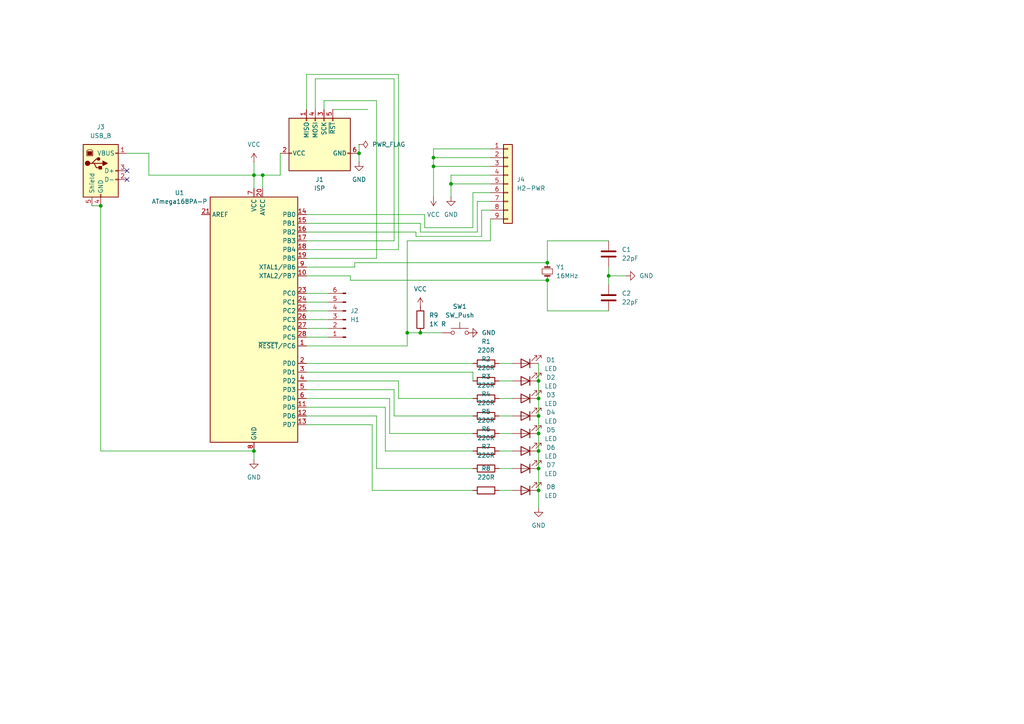
<source format=kicad_sch>
(kicad_sch (version 20231120) (generator "eeschema") (generator_version "8.0")
  (paper "A4")
  (lib_symbols
    (symbol "Connector:AVR-ISP-6" (pin_names (offset 1.016))
      (property "Reference" "J" (at -6.35 11.43 0))
      (property "Value" "AVR-ISP-6" (at 0 11.43 0))
      (symbol "AVR-ISP-6_0_1"
        (rectangle (start -2.667 -6.858) (end -2.413 -7.62))
        (rectangle (start -2.667 10.16) (end -2.413 9.398))
        (rectangle (start 7.62 -2.413) (end 6.858 -2.667))
        (rectangle (start 7.62 0.127) (end 6.858 -0.127))
        (rectangle (start 7.62 2.667) (end 6.858 2.413))
        (rectangle (start 7.62 5.207) (end 6.858 4.953))
        (rectangle (start 7.62 10.16) (end -7.62 -7.62) (stroke (width 0.254)) (fill (type background)))
      )
      (symbol "AVR-ISP-6_1_1"
        (pin passive line (at 10.16 5.08 180) (length 2.54) (name "MISO") (number "1"))
        (pin passive line (at -2.54 12.7 270) (length 2.54) (name "VCC") (number "2"))
        (pin passive line (at 10.16 0 180) (length 2.54) (name "SCK") (number "3"))
        (pin passive line (at 10.16 2.54 180) (length 2.54) (name "MOSI") (number "4"))
        (pin passive line (at 10.16 -2.54 180) (length 2.54) (name "~{RST}") (number "5"))
        (pin passive line (at -2.54 -10.16 90) (length 2.54) (name "GND") (number "6"))
      )
    )
    (symbol "Connector:Conn_01x06_Pin" (pin_names (offset 1.016) hide)
      (property "Reference" "J" (at 0 7.62 0))
      (property "Value" "Conn_01x06_Pin" (at 0 -10.16 0))
      (symbol "Conn_01x06_Pin_1_1"
        (polyline (pts (xy 1.27 -7.62) (xy 0.8636 -7.62)) (stroke (width 0.1524)))
        (polyline (pts (xy 1.27 -5.08) (xy 0.8636 -5.08)) (stroke (width 0.1524)))
        (polyline (pts (xy 1.27 -2.54) (xy 0.8636 -2.54)) (stroke (width 0.1524)))
        (polyline (pts (xy 1.27 0) (xy 0.8636 0)) (stroke (width 0.1524)))
        (polyline (pts (xy 1.27 2.54) (xy 0.8636 2.54)) (stroke (width 0.1524)))
        (polyline (pts (xy 1.27 5.08) (xy 0.8636 5.08)) (stroke (width 0.1524)))
        (rectangle (start 0.8636 -7.493) (end 0 -7.747) (stroke (width 0.1524)) (fill (type outline)))
        (rectangle (start 0.8636 -4.953) (end 0 -5.207) (stroke (width 0.1524)) (fill (type outline)))
        (rectangle (start 0.8636 -2.413) (end 0 -2.667) (stroke (width 0.1524)) (fill (type outline)))
        (rectangle (start 0.8636 0.127) (end 0 -0.127) (stroke (width 0.1524)) (fill (type outline)))
        (rectangle (start 0.8636 2.667) (end 0 2.413) (stroke (width 0.1524)) (fill (type outline)))
        (rectangle (start 0.8636 5.207) (end 0 4.953) (stroke (width 0.1524)) (fill (type outline)))
        (pin passive line (at 5.08 5.08 180) (length 3.81) (name "Pin_1") (number "1"))
        (pin passive line (at 5.08 2.54 180) (length 3.81) (name "Pin_2") (number "2"))
        (pin passive line (at 5.08 0 180) (length 3.81) (name "Pin_3") (number "3"))
        (pin passive line (at 5.08 -2.54 180) (length 3.81) (name "Pin_4") (number "4"))
        (pin passive line (at 5.08 -5.08 180) (length 3.81) (name "Pin_5") (number "5"))
        (pin passive line (at 5.08 -7.62 180) (length 3.81) (name "Pin_6") (number "6"))
      )
    )
    (symbol "Connector:USB_B" (pin_names (offset 1.016))
      (property "Reference" "J" (at -5.08 11.43 0))
      (property "Value" "USB_B" (at -5.08 8.89 0))
      (symbol "USB_B_0_1"
        (rectangle (start -5.08 -7.62) (end 5.08 7.62) (stroke (width 0.254)) (fill (type background)))
        (circle (center -3.81 2.159) (radius 0.635) (stroke (width 0.254)) (fill (type outline)))
        (rectangle (start -3.81 5.588) (end -2.54 4.572) (fill (type outline)))
        (circle (center -0.635 3.429) (radius 0.381) (stroke (width 0.254)) (fill (type outline)))
        (rectangle (start -0.127 -7.62) (end 0.127 -6.858))
        (polyline (pts (xy -1.905 2.159) (xy 0.635 2.159)) (stroke (width 0.254)))
        (polyline (pts (xy -3.175 2.159) (xy -2.54 2.159) (xy -1.27 3.429) (xy -0.635 3.429)) (stroke (width 0.254)))
        (polyline (pts (xy -2.54 2.159) (xy -1.905 2.159) (xy -1.27 0.889) (xy 0 0.889)) (stroke (width 0.254)))
        (polyline (pts (xy 0.635 2.794) (xy 0.635 1.524) (xy 1.905 2.159) (xy 0.635 2.794)) (stroke (width 0.254)) (fill (type outline)))
        (polyline (pts (xy -4.064 4.318) (xy -2.286 4.318) (xy -2.286 5.715) (xy -2.667 6.096) (xy -3.683 6.096) (xy -4.064 5.715) (xy -4.064 4.318)))
        (rectangle (start 0.254 1.27) (end -0.508 0.508) (stroke (width 0.254)) (fill (type outline)))
        (rectangle (start 5.08 -2.667) (end 4.318 -2.413))
        (rectangle (start 5.08 -0.127) (end 4.318 0.127))
        (rectangle (start 5.08 4.953) (end 4.318 5.207))
      )
      (symbol "USB_B_1_1"
        (pin power_out line (at 7.62 5.08 180) (length 2.54) (name "VBUS") (number "1"))
        (pin bidirectional line (at 7.62 -2.54 180) (length 2.54) (name "D-") (number "2"))
        (pin bidirectional line (at 7.62 0 180) (length 2.54) (name "D+") (number "3"))
        (pin power_out line (at 0 -10.16 90) (length 2.54) (name "GND") (number "4"))
        (pin passive line (at -2.54 -10.16 90) (length 2.54) (name "Shield") (number "5"))
      )
    )
    (symbol "Connector_Generic:Conn_01x09" (pin_names (offset 1.016) hide)
      (property "Reference" "J" (at 0 12.7 0))
      (property "Value" "Conn_01x09" (at 0 -12.7 0))
      (symbol "Conn_01x09_1_1"
        (rectangle (start -1.27 -10.033) (end 0 -10.287) (stroke (width 0.1524)))
        (rectangle (start -1.27 -7.493) (end 0 -7.747) (stroke (width 0.1524)))
        (rectangle (start -1.27 -4.953) (end 0 -5.207) (stroke (width 0.1524)))
        (rectangle (start -1.27 -2.413) (end 0 -2.667) (stroke (width 0.1524)))
        (rectangle (start -1.27 0.127) (end 0 -0.127) (stroke (width 0.1524)))
        (rectangle (start -1.27 2.667) (end 0 2.413) (stroke (width 0.1524)))
        (rectangle (start -1.27 5.207) (end 0 4.953) (stroke (width 0.1524)))
        (rectangle (start -1.27 7.747) (end 0 7.493) (stroke (width 0.1524)))
        (rectangle (start -1.27 10.287) (end 0 10.033) (stroke (width 0.1524)))
        (rectangle (start -1.27 11.43) (end 1.27 -11.43) (stroke (width 0.254)) (fill (type background)))
        (pin passive line (at -5.08 10.16 0) (length 3.81) (name "Pin_1") (number "1"))
        (pin passive line (at -5.08 7.62 0) (length 3.81) (name "Pin_2") (number "2"))
        (pin passive line (at -5.08 5.08 0) (length 3.81) (name "Pin_3") (number "3"))
        (pin passive line (at -5.08 2.54 0) (length 3.81) (name "Pin_4") (number "4"))
        (pin passive line (at -5.08 0 0) (length 3.81) (name "Pin_5") (number "5"))
        (pin passive line (at -5.08 -2.54 0) (length 3.81) (name "Pin_6") (number "6"))
        (pin passive line (at -5.08 -5.08 0) (length 3.81) (name "Pin_7") (number "7"))
        (pin passive line (at -5.08 -7.62 0) (length 3.81) (name "Pin_8") (number "8"))
        (pin passive line (at -5.08 -10.16 0) (length 3.81) (name "Pin_9") (number "9"))
      )
    )
    (symbol "Device:C" (pin_numbers hide) (pin_names (offset 0.254))
      (property "Reference" "C" (at 0.635 2.54 0))
      (property "Value" "C" (at 0.635 -2.54 0))
      (symbol "C_0_1"
        (polyline (pts (xy -2.032 -0.762) (xy 2.032 -0.762)) (stroke (width 0.508)))
        (polyline (pts (xy -2.032 0.762) (xy 2.032 0.762)) (stroke (width 0.508)))
      )
      (symbol "C_1_1"
        (pin passive line (at 0 3.81 270) (length 2.794) (name "~") (number "1"))
        (pin passive line (at 0 -3.81 90) (length 2.794) (name "~") (number "2"))
      )
    )
    (symbol "Device:Crystal_Small" (pin_numbers hide) (pin_names (offset 1.016) hide)
      (property "Reference" "Y" (at 0 2.54 0))
      (property "Value" "Crystal_Small" (at 0 -2.54 0))
      (symbol "Crystal_Small_0_1"
        (rectangle (start -0.762 -1.524) (end 0.762 1.524))
        (polyline (pts (xy -1.27 -0.762) (xy -1.27 0.762)) (stroke (width 0.381)))
        (polyline (pts (xy 1.27 -0.762) (xy 1.27 0.762)) (stroke (width 0.381)))
      )
      (symbol "Crystal_Small_1_1"
        (pin passive line (at -2.54 0 0) (length 1.27) (name "1") (number "1"))
        (pin passive line (at 2.54 0 180) (length 1.27) (name "2") (number "2"))
      )
    )
    (symbol "Device:LED" (pin_numbers hide) (pin_names (offset 1.016) hide)
      (property "Reference" "D" (at 0 2.54 0))
      (property "Value" "LED" (at 0 -2.54 0))
      (symbol "LED_0_1"
        (polyline (pts (xy -1.27 -1.27) (xy -1.27 1.27)) (stroke (width 0.254)))
        (polyline (pts (xy -1.27 0) (xy 1.27 0)))
        (polyline (pts (xy 1.27 -1.27) (xy 1.27 1.27) (xy -1.27 0) (xy 1.27 -1.27)) (stroke (width 0.254)))
        (polyline (pts (xy -3.048 -0.762) (xy -4.572 -2.286) (xy -3.81 -2.286) (xy -4.572 -2.286) (xy -4.572 -1.524)))
        (polyline (pts (xy -1.778 -0.762) (xy -3.302 -2.286) (xy -2.54 -2.286) (xy -3.302 -2.286) (xy -3.302 -1.524)))
      )
      (symbol "LED_1_1"
        (pin passive line (at -3.81 0 0) (length 2.54) (name "K") (number "1"))
        (pin passive line (at 3.81 0 180) (length 2.54) (name "A") (number "2"))
      )
    )
    (symbol "Device:R" (pin_numbers hide) (pin_names (offset 0))
      (property "Reference" "R" (at 2.032 0 90))
      (property "Value" "R" (at 0 0 90))
      (symbol "R_0_1"
        (rectangle (start -1.016 -2.54) (end 1.016 2.54) (stroke (width 0.254)))
      )
      (symbol "R_1_1"
        (pin passive line (at 0 3.81 270) (length 1.27) (name "~") (number "1"))
        (pin passive line (at 0 -3.81 90) (length 1.27) (name "~") (number "2"))
      )
    )
    (symbol "MCU_Microchip_ATmega:ATmega168PA-P"
      (property "Reference" "U" (at -12.7 36.83 0))
      (property "Value" "ATmega168PA-P" (at 2.54 -36.83 0))
      (symbol "ATmega168PA-P_0_1"
        (rectangle (start -12.7 -35.56) (end 12.7 35.56) (stroke (width 0.254)) (fill (type background)))
      )
      (symbol "ATmega168PA-P_1_1"
        (pin bidirectional line (at 15.24 -7.62 180) (length 2.54) (name "~{RESET}/PC6") (number "1"))
        (pin bidirectional line (at 15.24 12.7 180) (length 2.54) (name "XTAL2/PB7") (number "10"))
        (pin bidirectional line (at 15.24 -25.4 180) (length 2.54) (name "PD5") (number "11"))
        (pin bidirectional line (at 15.24 -27.94 180) (length 2.54) (name "PD6") (number "12"))
        (pin bidirectional line (at 15.24 -30.48 180) (length 2.54) (name "PD7") (number "13"))
        (pin bidirectional line (at 15.24 30.48 180) (length 2.54) (name "PB0") (number "14"))
        (pin bidirectional line (at 15.24 27.94 180) (length 2.54) (name "PB1") (number "15"))
        (pin bidirectional line (at 15.24 25.4 180) (length 2.54) (name "PB2") (number "16"))
        (pin bidirectional line (at 15.24 22.86 180) (length 2.54) (name "PB3") (number "17"))
        (pin bidirectional line (at 15.24 20.32 180) (length 2.54) (name "PB4") (number "18"))
        (pin bidirectional line (at 15.24 17.78 180) (length 2.54) (name "PB5") (number "19"))
        (pin bidirectional line (at 15.24 -12.7 180) (length 2.54) (name "PD0") (number "2"))
        (pin power_in line (at 2.54 38.1 270) (length 2.54) (name "AVCC") (number "20"))
        (pin passive line (at -15.24 30.48 0) (length 2.54) (name "AREF") (number "21"))
        (pin passive line (at 0 -38.1 90) (length 2.54) hide (name "GND") (number "22"))
        (pin bidirectional line (at 15.24 7.62 180) (length 2.54) (name "PC0") (number "23"))
        (pin bidirectional line (at 15.24 5.08 180) (length 2.54) (name "PC1") (number "24"))
        (pin bidirectional line (at 15.24 2.54 180) (length 2.54) (name "PC2") (number "25"))
        (pin bidirectional line (at 15.24 0 180) (length 2.54) (name "PC3") (number "26"))
        (pin bidirectional line (at 15.24 -2.54 180) (length 2.54) (name "PC4") (number "27"))
        (pin bidirectional line (at 15.24 -5.08 180) (length 2.54) (name "PC5") (number "28"))
        (pin bidirectional line (at 15.24 -15.24 180) (length 2.54) (name "PD1") (number "3"))
        (pin bidirectional line (at 15.24 -17.78 180) (length 2.54) (name "PD2") (number "4"))
        (pin bidirectional line (at 15.24 -20.32 180) (length 2.54) (name "PD3") (number "5"))
        (pin bidirectional line (at 15.24 -22.86 180) (length 2.54) (name "PD4") (number "6"))
        (pin power_in line (at 0 38.1 270) (length 2.54) (name "VCC") (number "7"))
        (pin power_in line (at 0 -38.1 90) (length 2.54) (name "GND") (number "8"))
        (pin bidirectional line (at 15.24 15.24 180) (length 2.54) (name "XTAL1/PB6") (number "9"))
      )
    )
    (symbol "Switch:SW_Push" (pin_numbers hide) (pin_names (offset 1.016) hide)
      (property "Reference" "SW" (at 1.27 2.54 0))
      (property "Value" "SW_Push" (at 0 -1.524 0))
      (symbol "SW_Push_0_1"
        (circle (center -2.032 0) (radius 0.508))
        (polyline (pts (xy 0 1.27) (xy 0 3.048)))
        (polyline (pts (xy 2.54 1.27) (xy -2.54 1.27)))
        (circle (center 2.032 0) (radius 0.508))
        (pin passive line (at -5.08 0 0) (length 2.54) (name "1") (number "1"))
        (pin passive line (at 5.08 0 180) (length 2.54) (name "2") (number "2"))
      )
    )
    (symbol "power:GND" (power) (pin_numbers hide) (pin_names (offset 0) hide)
      (property "Value" "GND" (at 0 -3.81 0))
      (symbol "GND_0_1"
        (polyline (pts (xy 0 0) (xy 0 -1.27) (xy 1.27 -1.27) (xy 0 -2.54) (xy -1.27 -1.27) (xy 0 -1.27)))
      )
      (symbol "GND_1_1"
        (pin power_in line (at 0 0 270) (length 0) (name "~") (number "1"))
      )
    )
    (symbol "power:PWR_FLAG" (power) (pin_numbers hide) (pin_names (offset 0) hide)
      (property "Value" "PWR_FLAG" (at 0 3.81 0))
      (symbol "PWR_FLAG_0_0"
        (pin power_out line (at 0 0 90) (length 0) (name "~") (number "1"))
      )
      (symbol "PWR_FLAG_0_1"
        (polyline (pts (xy 0 0) (xy 0 1.27) (xy -1.016 1.905) (xy 0 2.54) (xy 1.016 1.905) (xy 0 1.27)))
      )
    )
    (symbol "power:VCC" (power) (pin_numbers hide) (pin_names (offset 0) hide)
      (property "Value" "VCC" (at 0 3.556 0))
      (symbol "VCC_0_1"
        (polyline (pts (xy -0.762 1.27) (xy 0 2.54)))
        (polyline (pts (xy 0 0) (xy 0 2.54)))
        (polyline (pts (xy 0 2.54) (xy 0.762 1.27)))
      )
      (symbol "VCC_1_1"
        (pin power_in line (at 0 0 90) (length 0) (name "~") (number "1"))
      )
    )
  )
  (junction (at 156.21 135.89))
  (junction (at 125.73 48.26))
  (junction (at 76.2 50.8))
  (junction (at 118.11 96.52))
  (junction (at 156.21 115.57))
  (junction (at 158.75 81.28))
  (junction (at 121.92 96.52))
  (junction (at 104.14 44.45))
  (junction (at 130.81 53.34))
  (junction (at 176.53 80.01))
  (junction (at 156.21 110.49))
  (junction (at 156.21 142.24))
  (junction (at 156.21 125.73))
  (junction (at 73.66 50.8))
  (junction (at 73.66 130.81))
  (junction (at 125.73 45.72))
  (junction (at 158.75 76.2))
  (junction (at 29.21 59.69))
  (junction (at 156.21 120.65))
  (junction (at 156.21 130.81))
  (no_connect (at 36.83 52.07))
  (no_connect (at 36.83 49.53))
  (wire (pts (xy 102.87 76.2) (xy 102.87 77.47)))
  (wire (pts (xy 156.21 135.89) (xy 156.21 142.24)))
  (wire (pts (xy 88.9 64.77) (xy 121.92 64.77)))
  (wire (pts (xy 109.22 74.93) (xy 88.9 74.93)))
  (wire (pts (xy 73.66 46.99) (xy 73.66 50.8)))
  (wire (pts (xy 88.9 120.65) (xy 109.22 120.65)))
  (wire (pts (xy 88.9 123.19) (xy 107.95 123.19)))
  (wire (pts (xy 76.2 50.8) (xy 81.28 50.8)))
  (wire (pts (xy 101.6 81.28) (xy 101.6 80.01)))
  (wire (pts (xy 111.76 130.81) (xy 137.16 130.81)))
  (wire (pts (xy 130.81 53.34) (xy 142.24 53.34)))
  (wire (pts (xy 114.3 69.85) (xy 88.9 69.85)))
  (wire (pts (xy 125.73 48.26) (xy 125.73 57.15)))
  (wire (pts (xy 176.53 77.47) (xy 176.53 80.01)))
  (wire (pts (xy 88.9 113.03) (xy 114.3 113.03)))
  (wire (pts (xy 142.24 69.85) (xy 142.24 63.5)))
  (wire (pts (xy 88.9 92.71) (xy 95.25 92.71)))
  (wire (pts (xy 123.19 62.23) (xy 123.19 66.04)))
  (wire (pts (xy 144.78 115.57) (xy 148.59 115.57)))
  (wire (pts (xy 104.14 44.45) (xy 104.14 46.99)))
  (wire (pts (xy 125.73 45.72) (xy 125.73 43.18)))
  (wire (pts (xy 88.9 105.41) (xy 137.16 105.41)))
  (wire (pts (xy 137.16 107.95) (xy 137.16 110.49)))
  (wire (pts (xy 176.53 80.01) (xy 176.53 82.55)))
  (wire (pts (xy 88.9 97.79) (xy 95.25 97.79)))
  (wire (pts (xy 88.9 110.49) (xy 115.57 110.49)))
  (wire (pts (xy 36.83 44.45) (xy 43.18 44.45)))
  (wire (pts (xy 93.98 31.75) (xy 93.98 29.21)))
  (wire (pts (xy 114.3 120.65) (xy 137.16 120.65)))
  (wire (pts (xy 88.9 62.23) (xy 123.19 62.23)))
  (wire (pts (xy 120.65 68.58) (xy 139.7 68.58)))
  (wire (pts (xy 118.11 96.52) (xy 118.11 100.33)))
  (wire (pts (xy 125.73 43.18) (xy 142.24 43.18)))
  (wire (pts (xy 88.9 90.17) (xy 95.25 90.17)))
  (wire (pts (xy 88.9 21.59) (xy 115.57 21.59)))
  (wire (pts (xy 138.43 58.42) (xy 142.24 58.42)))
  (wire (pts (xy 101.6 80.01) (xy 88.9 80.01)))
  (wire (pts (xy 118.11 96.52) (xy 121.92 96.52)))
  (wire (pts (xy 109.22 29.21) (xy 109.22 74.93)))
  (wire (pts (xy 113.03 115.57) (xy 113.03 125.73)))
  (wire (pts (xy 125.73 48.26) (xy 142.24 48.26)))
  (wire (pts (xy 121.92 96.52) (xy 128.27 96.52)))
  (wire (pts (xy 144.78 130.81) (xy 148.59 130.81)))
  (wire (pts (xy 115.57 115.57) (xy 137.16 115.57)))
  (wire (pts (xy 115.57 72.39) (xy 88.9 72.39)))
  (wire (pts (xy 115.57 21.59) (xy 115.57 72.39)))
  (wire (pts (xy 73.66 50.8) (xy 73.66 54.61)))
  (wire (pts (xy 125.73 45.72) (xy 125.73 48.26)))
  (wire (pts (xy 158.75 81.28) (xy 101.6 81.28)))
  (wire (pts (xy 88.9 95.25) (xy 95.25 95.25)))
  (wire (pts (xy 118.11 96.52) (xy 118.11 69.85)))
  (wire (pts (xy 121.92 64.77) (xy 121.92 67.31)))
  (wire (pts (xy 139.7 68.58) (xy 139.7 60.96)))
  (wire (pts (xy 115.57 110.49) (xy 115.57 115.57)))
  (wire (pts (xy 130.81 53.34) (xy 130.81 57.15)))
  (wire (pts (xy 158.75 69.85) (xy 158.75 76.2)))
  (wire (pts (xy 156.21 105.41) (xy 156.21 110.49)))
  (wire (pts (xy 88.9 115.57) (xy 113.03 115.57)))
  (wire (pts (xy 130.81 53.34) (xy 130.81 50.8)))
  (wire (pts (xy 158.75 90.17) (xy 158.75 81.28)))
  (wire (pts (xy 156.21 110.49) (xy 156.21 115.57)))
  (wire (pts (xy 144.78 110.49) (xy 148.59 110.49)))
  (wire (pts (xy 118.11 69.85) (xy 142.24 69.85)))
  (wire (pts (xy 130.81 50.8) (xy 142.24 50.8)))
  (wire (pts (xy 88.9 87.63) (xy 95.25 87.63)))
  (wire (pts (xy 107.95 142.24) (xy 137.16 142.24)))
  (wire (pts (xy 114.3 113.03) (xy 114.3 120.65)))
  (wire (pts (xy 144.78 135.89) (xy 148.59 135.89)))
  (wire (pts (xy 43.18 50.8) (xy 73.66 50.8)))
  (wire (pts (xy 29.21 59.69) (xy 29.21 130.81)))
  (wire (pts (xy 114.3 22.86) (xy 114.3 69.85)))
  (wire (pts (xy 93.98 29.21) (xy 109.22 29.21)))
  (wire (pts (xy 138.43 67.31) (xy 138.43 58.42)))
  (wire (pts (xy 120.65 67.31) (xy 120.65 68.58)))
  (wire (pts (xy 144.78 142.24) (xy 148.59 142.24)))
  (wire (pts (xy 138.43 96.52) (xy 135.89 96.52)))
  (wire (pts (xy 88.9 118.11) (xy 111.76 118.11)))
  (wire (pts (xy 121.92 67.31) (xy 138.43 67.31)))
  (wire (pts (xy 29.21 130.81) (xy 73.66 130.81)))
  (wire (pts (xy 144.78 120.65) (xy 148.59 120.65)))
  (wire (pts (xy 144.78 105.41) (xy 148.59 105.41)))
  (wire (pts (xy 96.52 31.75) (xy 106.68 31.75)))
  (wire (pts (xy 176.53 69.85) (xy 158.75 69.85)))
  (wire (pts (xy 76.2 50.8) (xy 76.2 54.61)))
  (wire (pts (xy 91.44 22.86) (xy 114.3 22.86)))
  (wire (pts (xy 144.78 125.73) (xy 148.59 125.73)))
  (wire (pts (xy 137.16 66.04) (xy 137.16 55.88)))
  (wire (pts (xy 125.73 45.72) (xy 142.24 45.72)))
  (wire (pts (xy 118.11 100.33) (xy 88.9 100.33)))
  (wire (pts (xy 88.9 107.95) (xy 137.16 107.95)))
  (wire (pts (xy 156.21 115.57) (xy 156.21 120.65)))
  (wire (pts (xy 156.21 125.73) (xy 156.21 130.81)))
  (wire (pts (xy 88.9 67.31) (xy 120.65 67.31)))
  (wire (pts (xy 73.66 130.81) (xy 73.66 133.35)))
  (wire (pts (xy 73.66 50.8) (xy 76.2 50.8)))
  (wire (pts (xy 111.76 118.11) (xy 111.76 130.81)))
  (wire (pts (xy 176.53 90.17) (xy 158.75 90.17)))
  (wire (pts (xy 109.22 135.89) (xy 137.16 135.89)))
  (wire (pts (xy 137.16 55.88) (xy 142.24 55.88)))
  (wire (pts (xy 107.95 123.19) (xy 107.95 142.24)))
  (wire (pts (xy 156.21 130.81) (xy 156.21 135.89)))
  (wire (pts (xy 104.14 41.91) (xy 104.14 44.45)))
  (wire (pts (xy 109.22 120.65) (xy 109.22 135.89)))
  (wire (pts (xy 26.67 59.69) (xy 29.21 59.69)))
  (wire (pts (xy 139.7 60.96) (xy 142.24 60.96)))
  (wire (pts (xy 158.75 76.2) (xy 102.87 76.2)))
  (wire (pts (xy 88.9 85.09) (xy 95.25 85.09)))
  (wire (pts (xy 102.87 77.47) (xy 88.9 77.47)))
  (wire (pts (xy 113.03 125.73) (xy 137.16 125.73)))
  (wire (pts (xy 81.28 44.45) (xy 81.28 50.8)))
  (wire (pts (xy 91.44 31.75) (xy 91.44 22.86)))
  (wire (pts (xy 156.21 142.24) (xy 156.21 147.32)))
  (wire (pts (xy 88.9 31.75) (xy 88.9 21.59)))
  (wire (pts (xy 43.18 44.45) (xy 43.18 50.8)))
  (wire (pts (xy 176.53 80.01) (xy 181.61 80.01)))
  (wire (pts (xy 123.19 66.04) (xy 137.16 66.04)))
  (wire (pts (xy 156.21 120.65) (xy 156.21 125.73)))
  (symbol (lib_id "Device:LED") (at 152.4 105.41 180) (unit 1)
    (property "Reference" "D1" (at 159.766 104.394 0))
    (property "Value" "LED" (at 159.766 106.934 0))
    (property "Footprint" "LED_THT:LED_D5.0mm_Horizontal_O1.27mm_Z3.0mm" (effects (hide yes)))
    (property "Description" "Light emitting diode" (effects (hide yes)))
  )
  (symbol (lib_id "Device:C") (at 176.53 86.36 0) (unit 1)
    (property "Reference" "C2" (at 180.34 85.0899 0) (effects (justify left)))
    (property "Value" "22pF" (at 180.34 87.6299 0) (effects (justify left)))
    (property "Footprint" "Capacitor_THT:C_Axial_L3.8mm_D2.6mm_P7.50mm_Horizontal" (effects (hide yes)))
    (property "Description" "Unpolarized capacitor" (effects (hide yes)))
  )
  (symbol (lib_id "Device:LED") (at 152.4 142.24 180) (unit 1)
    (property "Reference" "D8" (at 159.766 141.224 0))
    (property "Value" "LED" (at 159.766 143.764 0))
    (property "Footprint" "LED_THT:LED_D5.0mm_Horizontal_O1.27mm_Z3.0mm" (effects (hide yes)))
    (property "Description" "Light emitting diode" (effects (hide yes)))
  )
  (symbol (lib_id "Device:LED") (at 152.4 125.73 180) (unit 1)
    (property "Reference" "D5" (at 159.766 124.714 0))
    (property "Value" "LED" (at 159.766 127.254 0))
    (property "Footprint" "LED_THT:LED_D5.0mm_Horizontal_O1.27mm_Z3.0mm" (effects (hide yes)))
    (property "Description" "Light emitting diode" (effects (hide yes)))
  )
  (symbol (lib_id "Connector_Generic:Conn_01x09") (at 147.32 53.34 0) (unit 1)
    (property "Reference" "J4" (at 149.86 52.0699 0) (effects (justify left)))
    (property "Value" "H2-PWR" (at 149.86 54.6099 0) (effects (justify left)))
    (property "Footprint" "Connector_PinHeader_2.54mm:PinHeader_1x09_P2.54mm_Vertical" (effects (hide yes)))
    (property "Description" "Generic connector, single row, 01x09, script generated (kicad-library-utils/schlib/autogen/connector/)" (effects (hide yes)))
  )
  (symbol (lib_id "power:GND") (at 73.66 133.35 0) (unit 1)
    (property "Reference" "#PWR01" (effects (hide yes)))
    (property "Value" "GND" (at 73.66 138.43 0))
    (property "Description" "Power symbol creates a global label with name \"GND\" , ground" (effects (hide yes)))
  )
  (symbol (lib_id "Connector:USB_B") (at 29.21 49.53 0) (unit 1)
    (property "Reference" "J3" (at 29.21 36.83 0))
    (property "Value" "USB_B" (at 29.21 39.37 0))
    (property "Footprint" "Connector_USB:USB_B_OST_USB-B1HSxx_Horizontal" (effects (hide yes)))
    (property "Description" "USB Type B connector" (effects (hide yes)))
  )
  (symbol (lib_id "power:VCC") (at 121.92 88.9 0) (unit 1)
    (property "Reference" "#PWR08" (effects (hide yes)))
    (property "Value" "VCC" (at 121.92 83.82 0))
    (property "Description" "Power symbol creates a global label with name \"VCC\"" (effects (hide yes)))
  )
  (symbol (lib_id "Device:R") (at 140.97 142.24 90) (unit 1)
    (property "Reference" "R8" (at 140.97 135.89 90))
    (property "Value" "220R" (at 140.97 138.43 90))
    (property "Footprint" "Resistor_THT:R_Axial_DIN0207_L6.3mm_D2.5mm_P7.62mm_Horizontal" (effects (hide yes)))
    (property "Description" "Resistor" (effects (hide yes)))
  )
  (symbol (lib_id "power:GND") (at 156.21 147.32 0) (unit 1)
    (property "Reference" "#PWR05" (effects (hide yes)))
    (property "Value" "GND" (at 156.21 152.4 0))
    (property "Description" "Power symbol creates a global label with name \"GND\" , ground" (effects (hide yes)))
  )
  (symbol (lib_id "Connector:AVR-ISP-6") (at 93.98 41.91 90) (unit 1)
    (property "Reference" "J1" (at 92.71 52.07 90))
    (property "Value" "ISP" (at 92.71 54.61 90))
    (property "Footprint" "Connector_PinHeader_2.54mm:PinHeader_2x03_P2.54mm_Vertical" (effects (hide yes)))
    (property "Description" "Atmel 6-pin ISP connector" (effects (hide yes)))
  )
  (symbol (lib_id "power:PWR_FLAG") (at 104.14 41.91 270) (unit 1)
    (property "Reference" "#FLG02" (effects (hide yes)))
    (property "Value" "PWR_FLAG" (at 107.95 41.9099 90) (effects (justify left)))
    (property "Description" "Special symbol for telling ERC where power comes from" (effects (hide yes)))
  )
  (symbol (lib_id "power:GND") (at 104.14 46.99 0) (unit 1)
    (property "Reference" "#PWR03" (effects (hide yes)))
    (property "Value" "GND" (at 104.14 52.07 0))
    (property "Description" "Power symbol creates a global label with name \"GND\" , ground" (effects (hide yes)))
  )
  (symbol (lib_id "Device:R") (at 140.97 105.41 90) (unit 1)
    (property "Reference" "R1" (at 140.97 99.06 90))
    (property "Value" "220R" (at 140.97 101.6 90))
    (property "Footprint" "Resistor_THT:R_Axial_DIN0207_L6.3mm_D2.5mm_P7.62mm_Horizontal" (effects (hide yes)))
    (property "Description" "Resistor" (effects (hide yes)))
  )
  (symbol (lib_id "Device:LED") (at 152.4 135.89 180) (unit 1)
    (property "Reference" "D7" (at 159.766 134.874 0))
    (property "Value" "LED" (at 159.766 137.414 0))
    (property "Footprint" "LED_THT:LED_D5.0mm_Horizontal_O1.27mm_Z3.0mm" (effects (hide yes)))
    (property "Description" "Light emitting diode" (effects (hide yes)))
  )
  (symbol (lib_id "Device:R") (at 140.97 130.81 90) (unit 1)
    (property "Reference" "R6" (at 140.97 124.46 90))
    (property "Value" "220R" (at 140.97 127 90))
    (property "Footprint" "Resistor_THT:R_Axial_DIN0207_L6.3mm_D2.5mm_P7.62mm_Horizontal" (effects (hide yes)))
    (property "Description" "Resistor" (effects (hide yes)))
  )
  (symbol (lib_id "Device:LED") (at 152.4 115.57 180) (unit 1)
    (property "Reference" "D3" (at 159.766 114.554 0))
    (property "Value" "LED" (at 159.766 117.094 0))
    (property "Footprint" "LED_THT:LED_D5.0mm_Horizontal_O1.27mm_Z3.0mm" (effects (hide yes)))
    (property "Description" "Light emitting diode" (effects (hide yes)))
  )
  (symbol (lib_id "power:GND") (at 130.81 57.15 0) (unit 1)
    (property "Reference" "#PWR06" (effects (hide yes)))
    (property "Value" "GND" (at 130.81 62.23 0))
    (property "Description" "Power symbol creates a global label with name \"GND\" , ground" (effects (hide yes)))
  )
  (symbol (lib_id "Device:C") (at 176.53 73.66 0) (unit 1)
    (property "Reference" "C1" (at 180.34 72.3899 0) (effects (justify left)))
    (property "Value" "22pF" (at 180.34 74.9299 0) (effects (justify left)))
    (property "Footprint" "Capacitor_THT:C_Axial_L3.8mm_D2.6mm_P7.50mm_Horizontal" (effects (hide yes)))
    (property "Description" "Unpolarized capacitor" (effects (hide yes)))
  )
  (symbol (lib_id "Device:R") (at 140.97 125.73 90) (unit 1)
    (property "Reference" "R5" (at 140.97 119.38 90))
    (property "Value" "220R" (at 140.97 121.92 90))
    (property "Footprint" "Resistor_THT:R_Axial_DIN0207_L6.3mm_D2.5mm_P7.62mm_Horizontal" (effects (hide yes)))
    (property "Description" "Resistor" (effects (hide yes)))
  )
  (symbol (lib_id "power:GND") (at 181.61 80.01 90) (unit 1)
    (property "Reference" "#PWR04" (effects (hide yes)))
    (property "Value" "GND" (at 185.42 80.0099 90) (effects (justify right)))
    (property "Description" "Power symbol creates a global label with name \"GND\" , ground" (effects (hide yes)))
  )
  (symbol (lib_id "Device:LED") (at 152.4 110.49 180) (unit 1)
    (property "Reference" "D2" (at 159.766 109.474 0))
    (property "Value" "LED" (at 159.766 112.014 0))
    (property "Footprint" "LED_THT:LED_D5.0mm_Horizontal_O1.27mm_Z3.0mm" (effects (hide yes)))
    (property "Description" "Light emitting diode" (effects (hide yes)))
  )
  (symbol (lib_id "power:VCC") (at 73.66 46.99 0) (unit 1)
    (property "Reference" "#PWR02" (effects (hide yes)))
    (property "Value" "VCC" (at 73.66 41.91 0))
    (property "Description" "Power symbol creates a global label with name \"VCC\"" (effects (hide yes)))
  )
  (symbol (lib_id "Switch:SW_Push") (at 133.35 96.52 0) (unit 1)
    (property "Reference" "SW1" (at 133.35 88.9 0))
    (property "Value" "SW_Push" (at 133.35 91.44 0))
    (property "Footprint" "Button_Switch_THT:SW_PUSH_6mm_H13mm" (effects (hide yes)))
    (property "Description" "Push button switch, generic, two pins" (effects (hide yes)))
  )
  (symbol (lib_id "Device:LED") (at 152.4 120.65 180) (unit 1)
    (property "Reference" "D4" (at 159.766 119.634 0))
    (property "Value" "LED" (at 159.766 122.174 0))
    (property "Footprint" "LED_THT:LED_D5.0mm_Horizontal_O1.27mm_Z3.0mm" (effects (hide yes)))
    (property "Description" "Light emitting diode" (effects (hide yes)))
  )
  (symbol (lib_id "Device:R") (at 121.92 92.71 0) (unit 1)
    (property "Reference" "R9" (at 124.46 91.4399 0) (effects (justify left)))
    (property "Value" "1K R" (at 124.46 93.9799 0) (effects (justify left)))
    (property "Footprint" "Resistor_THT:R_Axial_DIN0207_L6.3mm_D2.5mm_P7.62mm_Horizontal" (effects (hide yes)))
    (property "Description" "Resistor" (effects (hide yes)))
  )
  (symbol (lib_id "power:GND") (at 135.89 96.52 90) (unit 1)
    (property "Reference" "#PWR09" (effects (hide yes)))
    (property "Value" "GND" (at 139.7 96.5199 90) (effects (justify right)))
    (property "Description" "Power symbol creates a global label with name \"GND\" , ground" (effects (hide yes)))
  )
  (symbol (lib_id "MCU_Microchip_ATmega:ATmega168PA-P") (at 73.66 92.71 0) (unit 1)
    (property "Reference" "U1" (at 52.07 55.9114 0))
    (property "Value" "ATmega168PA-P" (at 52.07 58.4514 0))
    (property "Footprint" "footprints:zif-28-pin" (effects (hide yes)))
    (property "Datasheet" "http://ww1.microchip.com/downloads/en/DeviceDoc/ATmega48PA_88PA_168PA-Data-Sheet-40002011A.pdf" (effects (hide yes)))
    (property "Description" "20MHz, 16kB Flash, 1kB SRAM, 512B EEPROM, DIP-28" (effects (hide yes)))
  )
  (symbol (lib_id "Device:Crystal_Small") (at 158.75 78.74 90) (unit 1)
    (property "Reference" "Y1" (at 161.29 77.4699 90) (effects (justify right)))
    (property "Value" "16MHz" (at 161.29 80.0099 90) (effects (justify right)))
    (property "Footprint" "Crystal:Crystal_HC49-4H_Vertical" (effects (hide yes)))
    (property "Description" "Two pin crystal, small symbol" (effects (hide yes)))
  )
  (symbol (lib_id "Device:R") (at 140.97 110.49 90) (unit 1)
    (property "Reference" "R2" (at 140.97 104.14 90))
    (property "Value" "220R" (at 140.97 106.68 90))
    (property "Footprint" "Resistor_THT:R_Axial_DIN0207_L6.3mm_D2.5mm_P7.62mm_Horizontal" (effects (hide yes)))
    (property "Description" "Resistor" (effects (hide yes)))
  )
  (symbol (lib_id "power:VCC") (at 125.73 57.15 180) (unit 1)
    (property "Reference" "#PWR07" (effects (hide yes)))
    (property "Value" "VCC" (at 125.73 62.23 0))
    (property "Description" "Power symbol creates a global label with name \"VCC\"" (effects (hide yes)))
  )
  (symbol (lib_id "Connector:Conn_01x06_Pin") (at 100.33 92.71 180) (unit 1)
    (property "Reference" "J2" (at 101.6 90.1699 0) (effects (justify right)))
    (property "Value" "H1" (at 101.6 92.7099 0) (effects (justify right)))
    (property "Footprint" "Connector_PinHeader_2.54mm:PinHeader_1x06_P2.54mm_Vertical" (effects (hide yes)))
    (property "Description" "Generic connector, single row, 01x06, script generated" (effects (hide yes)))
  )
  (symbol (lib_id "Device:LED") (at 152.4 130.81 180) (unit 1)
    (property "Reference" "D6" (at 159.766 129.794 0))
    (property "Value" "LED" (at 159.766 132.334 0))
    (property "Footprint" "LED_THT:LED_D5.0mm_Horizontal_O1.27mm_Z3.0mm" (effects (hide yes)))
    (property "Description" "Light emitting diode" (effects (hide yes)))
  )
  (symbol (lib_id "Device:R") (at 140.97 135.89 90) (unit 1)
    (property "Reference" "R7" (at 140.97 129.54 90))
    (property "Value" "220R" (at 140.97 132.08 90))
    (property "Footprint" "Resistor_THT:R_Axial_DIN0207_L6.3mm_D2.5mm_P7.62mm_Horizontal" (effects (hide yes)))
    (property "Description" "Resistor" (effects (hide yes)))
  )
  (symbol (lib_id "Device:R") (at 140.97 120.65 90) (unit 1)
    (property "Reference" "R4" (at 140.97 114.3 90))
    (property "Value" "220R" (at 140.97 116.84 90))
    (property "Footprint" "Resistor_THT:R_Axial_DIN0207_L6.3mm_D2.5mm_P7.62mm_Horizontal" (effects (hide yes)))
    (property "Description" "Resistor" (effects (hide yes)))
  )
  (symbol (lib_id "Device:R") (at 140.97 115.57 90) (unit 1)
    (property "Reference" "R3" (at 140.97 109.22 90))
    (property "Value" "220R" (at 140.97 111.76 90))
    (property "Footprint" "Resistor_THT:R_Axial_DIN0207_L6.3mm_D2.5mm_P7.62mm_Horizontal" (effects (hide yes)))
    (property "Description" "Resistor" (effects (hide yes)))
  )
)
</source>
